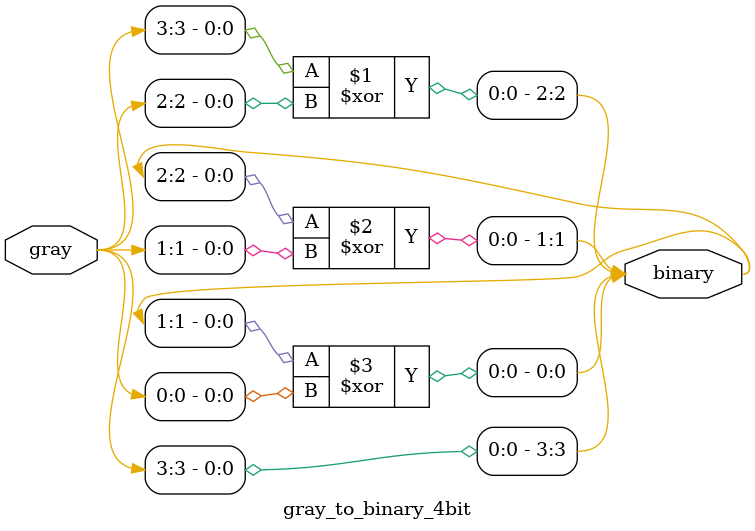
<source format=v>
module gray_to_binary_4bit(
    input [3:0] gray,
    output [3:0] binary
);

    assign binary[3] = gray[3];
    assign binary[2] =binary[3]^gray[2];
    assign binary[1] = binary[2]^gray[1];
    assign binary[0] = binary[1]^gray[0];

endmodule
</source>
